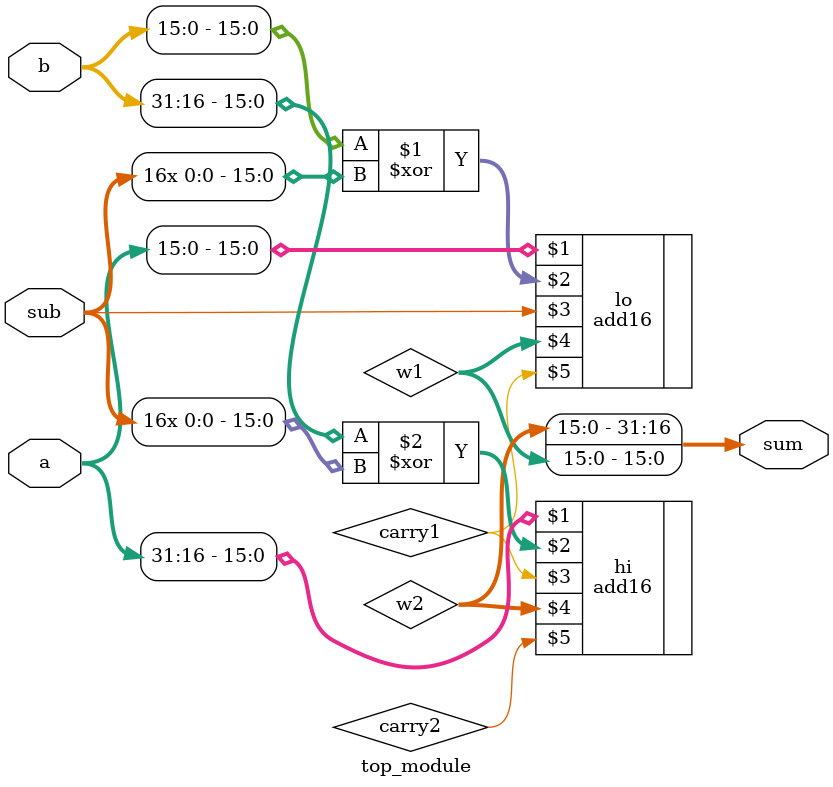
<source format=v>
module top_module(
    input [31:0] a,
    input [31:0] b,
    input sub,
    output [31:0] sum
);
    wire [15:0] w1,w2;
    wire carry1,carry2;
    
    add16 lo(a[15:0],b[15:0]^{16{sub}},sub,w1,carry1);
    add16 hi(a[31:16],b[31:16]^{16{sub}},carry1,w2,carry2);
    
    assign sum = {w2,w1};
endmodule

</source>
